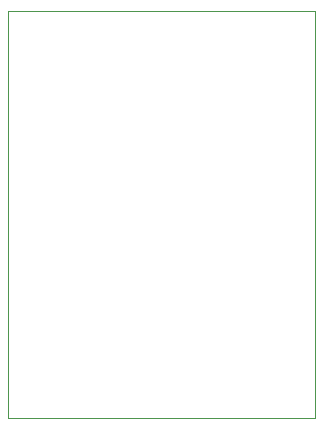
<source format=gbr>
G04 #@! TF.GenerationSoftware,KiCad,Pcbnew,(5.1.9)-1*
G04 #@! TF.CreationDate,2024-02-11T16:19:48+01:00*
G04 #@! TF.ProjectId,wemos_as_isp_0,77656d6f-735f-4617-935f-6973705f302e,rev?*
G04 #@! TF.SameCoordinates,Original*
G04 #@! TF.FileFunction,Profile,NP*
%FSLAX46Y46*%
G04 Gerber Fmt 4.6, Leading zero omitted, Abs format (unit mm)*
G04 Created by KiCad (PCBNEW (5.1.9)-1) date 2024-02-11 16:19:48*
%MOMM*%
%LPD*%
G01*
G04 APERTURE LIST*
G04 #@! TA.AperFunction,Profile*
%ADD10C,0.100000*%
G04 #@! TD*
G04 APERTURE END LIST*
D10*
X157500000Y-65500000D02*
X157500000Y-100000000D01*
X131500000Y-65500000D02*
X157500000Y-65500000D01*
X131500000Y-100000000D02*
X131500000Y-65500000D01*
X157500000Y-100000000D02*
X131500000Y-100000000D01*
M02*

</source>
